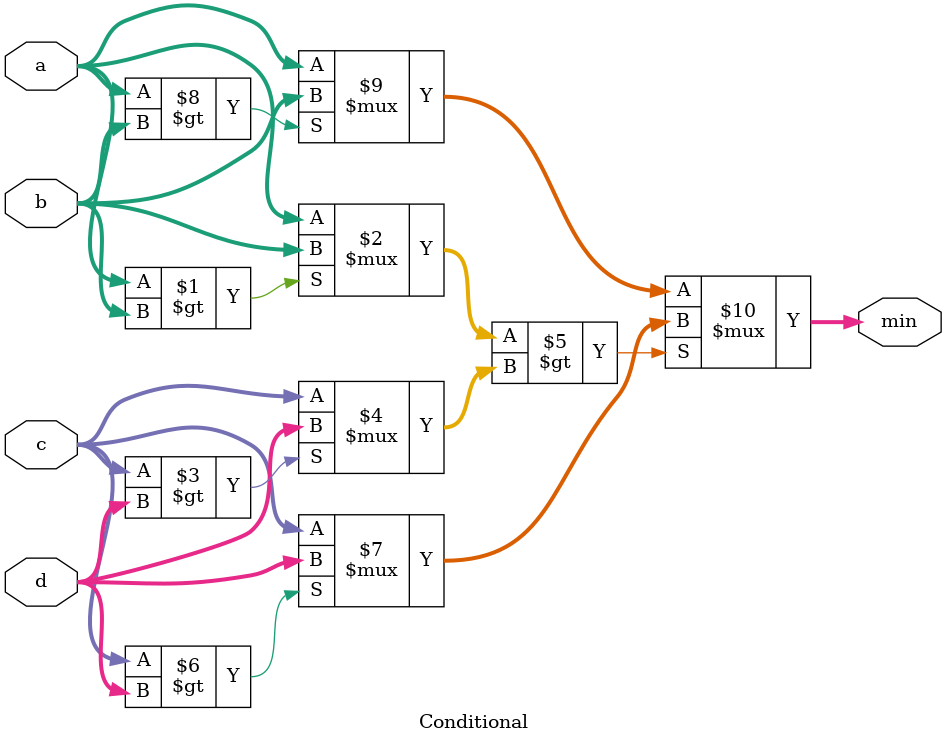
<source format=v>
module Conditional (
    input  [7:0] a, b, c, d,
    output [7:0] min
);
    // assign intermediate_result1 = compare? true: false;
    // wire [7:0] min1;
    // wire [7:0] min2;
    // assign min1 = (a>b)?b:a;
    // assign min2 = (c>d)?d:c;
    assign min = (((a>b)?b:a) > ((c>d)?d:c))?((c>d)?d:c):((a>b)?b:a);
endmodule

</source>
